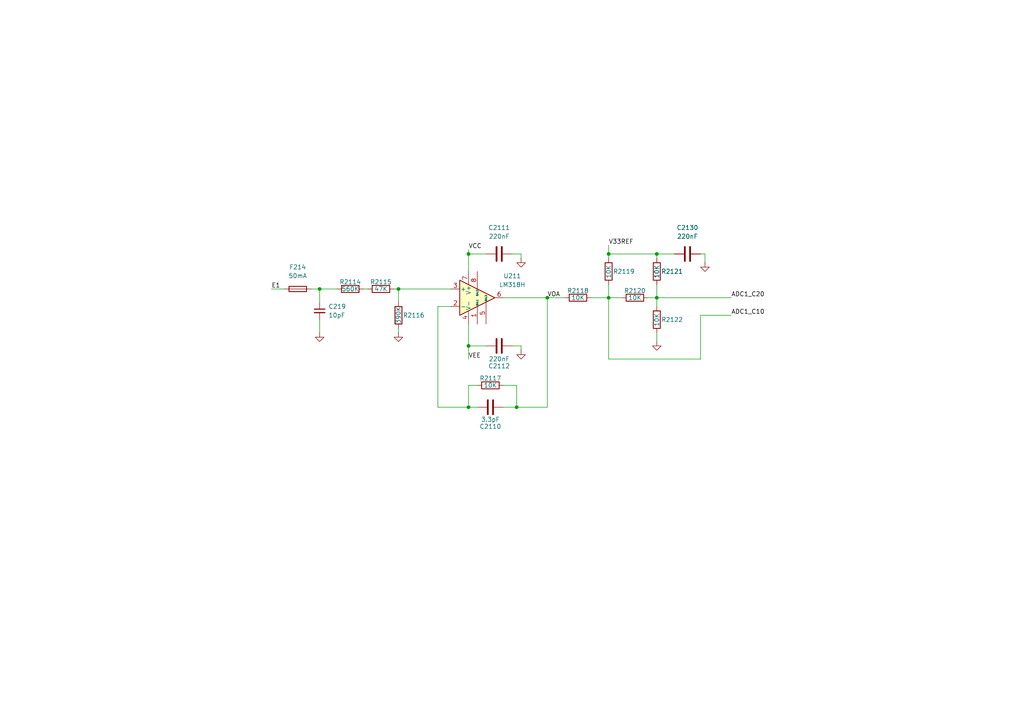
<source format=kicad_sch>
(kicad_sch (version 20231120) (generator "eeschema") (generator_version "8.0")
  (paper "A4")
  (lib_symbols
    (symbol "Amplifier_Operational:LM318H" (pin_names (offset 0.127))
      (property "Reference" "U" (at 3.81 3.81 0))
      (property "Value" "LM318H" (at 3.81 -3.81 0))
      (symbol "LM318H_0_1"
        (polyline (pts (xy 5.08 0) (xy -5.08 5.08) (xy -5.08 -5.08) (xy 5.08 0)) (stroke (width 0.254)) (fill (type background)))
      )
      (symbol "LM318H_1_1"
        (pin passive line (at 0 -7.62 90) (length 5.08) (name "BAL1") (number "1"))
        (pin input line (at -7.62 -2.54 0) (length 2.54) (name "-") (number "2"))
        (pin input line (at -7.62 2.54 0) (length 2.54) (name "+") (number "3"))
        (pin power_in line (at -2.54 -7.62 90) (length 3.81) (name "V-") (number "4"))
        (pin passive line (at 2.54 -7.62 90) (length 6.35) (name "BAL3") (number "5"))
        (pin output line (at 7.62 0 180) (length 2.54) (name "~") (number "6"))
        (pin power_in line (at -2.54 7.62 270) (length 3.81) (name "V+") (number "7"))
        (pin passive line (at 0 7.62 270) (length 5.08) (name "BAL2") (number "8"))
      )
    )
    (symbol "Device:C" (pin_numbers hide) (pin_names (offset 0.254))
      (property "Reference" "C" (at 0.635 2.54 0))
      (property "Value" "C" (at 0.635 -2.54 0))
      (symbol "C_0_1"
        (polyline (pts (xy -2.032 -0.762) (xy 2.032 -0.762)) (stroke (width 0.508)))
        (polyline (pts (xy -2.032 0.762) (xy 2.032 0.762)) (stroke (width 0.508)))
      )
      (symbol "C_1_1"
        (pin passive line (at 0 3.81 270) (length 2.794) (name "~") (number "1"))
        (pin passive line (at 0 -3.81 90) (length 2.794) (name "~") (number "2"))
      )
    )
    (symbol "Device:C_Small" (pin_numbers hide) (pin_names (offset 0.254) hide)
      (property "Reference" "C" (at 0.254 1.778 0))
      (property "Value" "C_Small" (at 0.254 -2.032 0))
      (symbol "C_Small_0_1"
        (polyline (pts (xy -1.524 -0.508) (xy 1.524 -0.508)) (stroke (width 0.3302)))
        (polyline (pts (xy -1.524 0.508) (xy 1.524 0.508)) (stroke (width 0.3048)))
      )
      (symbol "C_Small_1_1"
        (pin passive line (at 0 2.54 270) (length 2.032) (name "~") (number "1"))
        (pin passive line (at 0 -2.54 90) (length 2.032) (name "~") (number "2"))
      )
    )
    (symbol "Device:Fuse" (pin_numbers hide) (pin_names (offset 0))
      (property "Reference" "F" (at 2.032 0 90))
      (property "Value" "Fuse" (at -1.905 0 90))
      (symbol "Fuse_0_1"
        (rectangle (start -0.762 -2.54) (end 0.762 2.54) (stroke (width 0.254)))
        (polyline (pts (xy 0 2.54) (xy 0 -2.54)))
      )
      (symbol "Fuse_1_1"
        (pin passive line (at 0 3.81 270) (length 1.27) (name "~") (number "1"))
        (pin passive line (at 0 -3.81 90) (length 1.27) (name "~") (number "2"))
      )
    )
    (symbol "Device:R" (pin_numbers hide) (pin_names (offset 0))
      (property "Reference" "R" (at 2.032 0 90))
      (property "Value" "R" (at 0 0 90))
      (symbol "R_0_1"
        (rectangle (start -1.016 -2.54) (end 1.016 2.54) (stroke (width 0.254)))
      )
      (symbol "R_1_1"
        (pin passive line (at 0 3.81 270) (length 1.27) (name "~") (number "1"))
        (pin passive line (at 0 -3.81 90) (length 1.27) (name "~") (number "2"))
      )
    )
    (symbol "power:GND" (power) (pin_numbers hide) (pin_names (offset 0) hide)
      (property "Value" "GND" (at 0 -3.81 0))
      (symbol "GND_0_1"
        (polyline (pts (xy 0 0) (xy 0 -1.27) (xy 1.27 -1.27) (xy 0 -2.54) (xy -1.27 -1.27) (xy 0 -1.27)))
      )
      (symbol "GND_1_1"
        (pin power_in line (at 0 0 270) (length 0) (name "~") (number "1"))
      )
    )
  )
  (junction (at 190.5 86.36))
  (junction (at 115.57 83.82))
  (junction (at 158.75 86.36))
  (junction (at 135.89 118.11))
  (junction (at 92.71 83.82))
  (junction (at 135.89 73.66))
  (junction (at 149.86 118.11))
  (junction (at 176.53 73.66))
  (junction (at 176.53 86.36))
  (junction (at 190.5 73.66))
  (junction (at 135.89 100.33))
  (wire (pts (xy 92.71 92.71) (xy 92.71 96.52)))
  (wire (pts (xy 204.47 73.66) (xy 203.2 73.66)))
  (wire (pts (xy 135.89 100.33) (xy 135.89 93.98)))
  (wire (pts (xy 114.3 83.82) (xy 115.57 83.82)))
  (wire (pts (xy 92.71 83.82) (xy 92.71 87.63)))
  (wire (pts (xy 127 118.11) (xy 135.89 118.11)))
  (wire (pts (xy 135.89 118.11) (xy 138.43 118.11)))
  (wire (pts (xy 203.2 104.14) (xy 176.53 104.14)))
  (wire (pts (xy 78.74 83.82) (xy 82.55 83.82)))
  (wire (pts (xy 176.53 71.12) (xy 176.53 73.66)))
  (wire (pts (xy 158.75 86.36) (xy 163.83 86.36)))
  (wire (pts (xy 146.05 111.76) (xy 149.86 111.76)))
  (wire (pts (xy 149.86 118.11) (xy 146.05 118.11)))
  (wire (pts (xy 115.57 95.25) (xy 115.57 96.52)))
  (wire (pts (xy 115.57 83.82) (xy 130.81 83.82)))
  (wire (pts (xy 135.89 72.39) (xy 135.89 73.66)))
  (wire (pts (xy 176.53 82.55) (xy 176.53 86.36)))
  (wire (pts (xy 138.43 111.76) (xy 135.89 111.76)))
  (wire (pts (xy 135.89 73.66) (xy 140.97 73.66)))
  (wire (pts (xy 158.75 86.36) (xy 158.75 118.11)))
  (wire (pts (xy 190.5 74.93) (xy 190.5 73.66)))
  (wire (pts (xy 176.53 104.14) (xy 176.53 86.36)))
  (wire (pts (xy 190.5 86.36) (xy 212.09 86.36)))
  (wire (pts (xy 90.17 83.82) (xy 92.71 83.82)))
  (wire (pts (xy 176.53 73.66) (xy 176.53 74.93)))
  (wire (pts (xy 190.5 82.55) (xy 190.5 86.36)))
  (wire (pts (xy 115.57 83.82) (xy 115.57 87.63)))
  (wire (pts (xy 135.89 73.66) (xy 135.89 78.74)))
  (wire (pts (xy 105.41 83.82) (xy 106.68 83.82)))
  (wire (pts (xy 92.71 83.82) (xy 97.79 83.82)))
  (wire (pts (xy 135.89 100.33) (xy 135.89 104.14)))
  (wire (pts (xy 190.5 86.36) (xy 187.96 86.36)))
  (wire (pts (xy 148.59 100.33) (xy 151.13 100.33)))
  (wire (pts (xy 135.89 111.76) (xy 135.89 118.11)))
  (wire (pts (xy 176.53 86.36) (xy 180.34 86.36)))
  (wire (pts (xy 146.05 86.36) (xy 158.75 86.36)))
  (wire (pts (xy 176.53 86.36) (xy 171.45 86.36)))
  (wire (pts (xy 140.97 100.33) (xy 135.89 100.33)))
  (wire (pts (xy 204.47 76.2) (xy 204.47 73.66)))
  (wire (pts (xy 212.09 91.44) (xy 203.2 91.44)))
  (wire (pts (xy 130.81 88.9) (xy 127 88.9)))
  (wire (pts (xy 148.59 73.66) (xy 151.13 73.66)))
  (wire (pts (xy 190.5 96.52) (xy 190.5 99.06)))
  (wire (pts (xy 151.13 101.6) (xy 151.13 100.33)))
  (wire (pts (xy 190.5 73.66) (xy 195.58 73.66)))
  (wire (pts (xy 203.2 91.44) (xy 203.2 104.14)))
  (wire (pts (xy 149.86 111.76) (xy 149.86 118.11)))
  (wire (pts (xy 158.75 118.11) (xy 149.86 118.11)))
  (wire (pts (xy 190.5 86.36) (xy 190.5 88.9)))
  (wire (pts (xy 127 88.9) (xy 127 118.11)))
  (wire (pts (xy 151.13 74.93) (xy 151.13 73.66)))
  (wire (pts (xy 176.53 73.66) (xy 190.5 73.66)))
  (label "ADC1_C10" (at 212.09 91.44 0))
  (label "ADC1_C20" (at 212.09 86.36 0))
  (label "VCC" (at 135.89 72.39 0))
  (label "VEE" (at 135.89 104.14 0))
  (label "E1" (at 78.74 83.82 0))
  (label "VOA" (at 158.75 86.36 0))
  (label "V33REF" (at 176.53 71.12 0))
  (symbol (lib_id "Device:C") (at 144.78 100.33 90) (unit 1)
    (property "Reference" "C12" (at 144.78 106.172 90))
    (property "Value" "220nF" (at 144.78 104.14 90))
    (property "Description" "Unpolarized capacitor" (effects (hide yes)))
    (instances (project "" (path "" (reference "C2112") (unit 1)) (path "" (reference "C12") (unit 1))))
  )
  (symbol (lib_id "Device:R") (at 142.24 111.76 90) (unit 1)
    (property "Reference" "R17" (at 142.24 109.728 90))
    (property "Value" "10K" (at 142.24 111.76 90))
    (property "Description" "Resistor" (effects (hide yes)))
    (instances (project "" (path "" (reference "R2117") (unit 1)) (path "" (reference "R17") (unit 1))))
  )
  (symbol (lib_id "Device:R") (at 184.15 86.36 90) (unit 1)
    (property "Reference" "R20" (at 184.15 84.328 90))
    (property "Value" "10K" (at 184.15 86.36 90))
    (property "Description" "Resistor" (effects (hide yes)))
    (instances (project "" (path "" (reference "R2120") (unit 1)) (path "" (reference "R20") (unit 1))))
  )
  (symbol (lib_id "Device:R") (at 176.53 78.74 0) (unit 1)
    (property "Reference" "R19" (at 177.8 78.74 0) (effects (justify left)))
    (property "Value" "10K" (at 176.53 80.772 90) (effects (justify left)))
    (property "Description" "Resistor" (effects (hide yes)))
    (instances (project "" (path "" (reference "R2119") (unit 1)) (path "" (reference "R19") (unit 1))))
  )
  (symbol (lib_id "power:GND") (at 92.71 96.52 0) (unit 1)
    (property "Reference" "#PWR016" (effects (hide yes)))
    (property "Value" "GND" (effects (hide yes)))
    (property "Description" "Power symbol creates a global label with name \"GND\" , ground" (effects (hide yes)))
  )
  (symbol (lib_id "Amplifier_Operational:LM318H") (at 138.43 86.36 0) (unit 1)
    (property "Reference" "U1" (at 148.59 80.0414 0))
    (property "Value" "LM318H" (at 148.59 82.5814 0))
    (property "Datasheet" "http://www.ti.com/lit/ds/symlink/lm318-n.pdf" (effects (hide yes)))
    (property "Description" "Operational Amplifier, TO-99-8" (effects (hide yes)))
    (instances (project "" (path "" (reference "U211") (unit 1)) (path "" (reference "U1") (unit 1))))
  )
  (symbol (lib_id "Device:R") (at 190.5 78.74 0) (unit 1)
    (property "Reference" "R21" (at 191.77 78.74 0) (effects (justify left)))
    (property "Value" "10K" (at 190.5 80.772 90) (effects (justify left)))
    (property "Description" "Resistor" (effects (hide yes)))
    (instances (project "" (path "" (reference "R2121") (unit 1)) (path "" (reference "R21") (unit 1))))
  )
  (symbol (lib_id "Device:C") (at 144.78 73.66 90) (unit 1)
    (property "Reference" "C11" (at 144.78 66.04 90))
    (property "Value" "220nF" (at 144.78 68.58 90))
    (property "Description" "Unpolarized capacitor" (effects (hide yes)))
    (instances (project "" (path "" (reference "C2111") (unit 1)) (path "" (reference "C11") (unit 1))))
  )
  (symbol (lib_id "Device:C") (at 142.24 118.11 90) (unit 1)
    (property "Reference" "C10" (at 142.24 123.698 90))
    (property "Value" "3.3pF" (at 142.24 121.666 90))
    (property "Description" "Unpolarized capacitor" (effects (hide yes)))
    (instances (project "" (path "" (reference "C2110") (unit 1)) (path "" (reference "C10") (unit 1))))
  )
  (symbol (lib_id "power:GND") (at 204.47 76.2 0) (unit 1)
    (property "Reference" "#PWR044" (effects (hide yes)))
    (property "Value" "GND" (effects (hide yes)))
    (property "Description" "Power symbol creates a global label with name \"GND\" , ground" (effects (hide yes)))
  )
  (symbol (lib_id "power:GND") (at 151.13 101.6 0) (unit 1)
    (property "Reference" "#PWR019" (effects (hide yes)))
    (property "Value" "GND" (effects (hide yes)))
    (property "Description" "Power symbol creates a global label with name \"GND\" , ground" (effects (hide yes)))
  )
  (symbol (lib_id "Device:R") (at 190.5 92.71 0) (unit 1)
    (property "Reference" "R22" (at 191.77 92.71 0) (effects (justify left)))
    (property "Value" "10K" (at 190.5 94.742 90) (effects (justify left)))
    (property "Description" "Resistor" (effects (hide yes)))
    (instances (project "" (path "" (reference "R2122") (unit 1)) (path "" (reference "R22") (unit 1))))
  )
  (symbol (lib_id "power:GND") (at 115.57 96.52 0) (unit 1)
    (property "Reference" "#PWR017" (effects (hide yes)))
    (property "Value" "GND" (effects (hide yes)))
    (property "Description" "Power symbol creates a global label with name \"GND\" , ground" (effects (hide yes)))
  )
  (symbol (lib_id "power:GND") (at 151.13 74.93 0) (unit 1)
    (property "Reference" "#PWR018" (effects (hide yes)))
    (property "Value" "GND" (effects (hide yes)))
    (property "Description" "Power symbol creates a global label with name \"GND\" , ground" (effects (hide yes)))
  )
  (symbol (lib_id "power:GND") (at 190.5 99.06 0) (unit 1)
    (property "Reference" "#PWR043" (effects (hide yes)))
    (property "Value" "GND" (effects (hide yes)))
    (property "Description" "Power symbol creates a global label with name \"GND\" , ground" (effects (hide yes)))
  )
  (symbol (lib_id "Device:R") (at 167.64 86.36 90) (unit 1)
    (property "Reference" "R18" (at 167.64 84.328 90))
    (property "Value" "10K" (at 167.64 86.36 90))
    (property "Description" "Resistor" (effects (hide yes)))
    (instances (project "" (path "" (reference "R2118") (unit 1)) (path "" (reference "R18") (unit 1))))
  )
  (symbol (lib_id "Device:Fuse") (at 86.36 83.82 90) (unit 1)
    (property "Reference" "F4" (at 86.36 77.47 90))
    (property "Value" "50mA" (at 86.36 80.01 90))
    (property "Footprint" "Fuse:Fuse_1206_3216Metric" (effects (hide yes)))
    (property "Description" "Fuse" (effects (hide yes)))
    (instances (project "" (path "" (reference "F214") (unit 1)) (path "" (reference "F4") (unit 1))))
  )
  (symbol (lib_id "Device:R") (at 115.57 91.44 0) (unit 1)
    (property "Reference" "R16" (at 116.84 91.44 0) (effects (justify left)))
    (property "Value" "390K" (at 115.57 93.98 90) (effects (justify left)))
    (property "Description" "Resistor" (effects (hide yes)))
    (instances (project "" (path "" (reference "R2116") (unit 1)) (path "" (reference "R16") (unit 1))))
  )
  (symbol (lib_id "Device:R") (at 101.6 83.82 90) (unit 1)
    (property "Reference" "R14" (at 101.6 81.788 90))
    (property "Value" "560K" (at 101.6 83.82 90))
    (property "Description" "Resistor" (effects (hide yes)))
    (instances (project "" (path "" (reference "R2114") (unit 1)) (path "" (reference "R14") (unit 1))))
  )
  (symbol (lib_id "Device:C") (at 199.39 73.66 90) (unit 1)
    (property "Reference" "C30" (at 199.39 66.04 90))
    (property "Value" "220nF" (at 199.39 68.58 90))
    (property "Description" "Unpolarized capacitor" (effects (hide yes)))
    (instances (project "" (path "" (reference "C2130") (unit 1)) (path "" (reference "C30") (unit 1))))
  )
  (symbol (lib_id "Device:C_Small") (at 92.71 90.17 0) (unit 1)
    (property "Reference" "C9" (at 95.25 88.9062 0) (effects (justify left)))
    (property "Value" "10pF" (at 95.25 91.4462 0) (effects (justify left)))
    (property "Description" "Unpolarized capacitor, small symbol" (effects (hide yes)))
    (instances (project "" (path "" (reference "C219") (unit 1)) (path "" (reference "C9") (unit 1))))
  )
  (symbol (lib_id "Device:R") (at 110.49 83.82 90) (unit 1)
    (property "Reference" "R15" (at 110.49 81.788 90))
    (property "Value" "47K" (at 110.49 83.82 90))
    (property "Description" "Resistor" (effects (hide yes)))
    (instances (project "" (path "" (reference "R2115") (unit 1)) (path "" (reference "R15") (unit 1))))
  )
)
</source>
